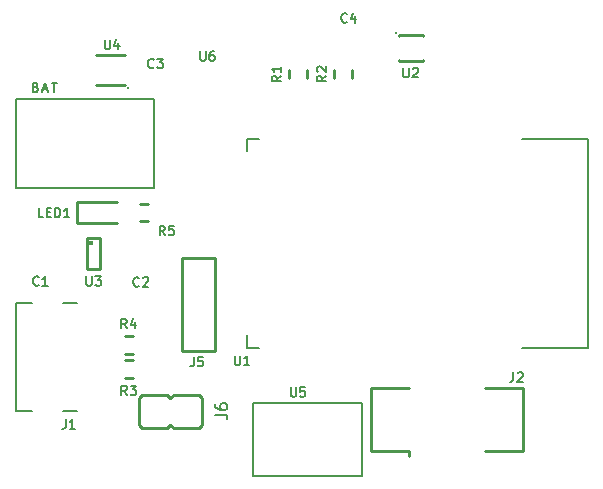
<source format=gbr>
G04 --- HEADER BEGIN --- *
%TF.GenerationSoftware,LibrePCB,LibrePCB,0.1.4*%
%TF.CreationDate,2020-08-29T22:21:27*%
%TF.ProjectId,Sensilo - default,d394d563-925a-41f4-bd4a-babca7d43e4c,v1*%
%TF.Part,Single*%
%FSLAX66Y66*%
%MOMM*%
G01*
G74*
G04 --- HEADER END --- *
G04 --- APERTURE LIST BEGIN --- *
%ADD10C,0.25*%
%ADD11C,0.254*%
%ADD12C,0.254X0.254*%
%ADD13C,0.2*%
%ADD14C,0.381X0.381*%
%ADD15C,0.381*%
%ADD16C,0.15*%
%ADD17R,0.95X1.45*%
%ADD18O,1.787X2.39*%
%ADD19R,1.787X2.39*%
%ADD20R,1.45X0.95*%
%ADD21R,0.88X0.6*%
%ADD22R,1.45X1.9*%
%ADD23R,1.5X1.7*%
%ADD24R,1.7X1.5*%
%ADD25C,0.0*%
%ADD26O,2.2X1.8*%
%ADD27R,1.35X0.9*%
%ADD28R,1.35X1.1*%
%ADD29R,1.35X1.0*%
%ADD30C,2.2*%
%ADD31R,1.0X3.2*%
%ADD32R,3.2X1.0*%
%ADD33R,2.7X1.0*%
%ADD34R,1.0X2.7*%
%ADD35R,2.39X1.787*%
%ADD36O,2.39X1.787*%
%ADD37O,2.74X2.0*%
%ADD38R,2.74X2.0*%
%ADD39R,1.4X1.4*%
%ADD40R,0.9X1.8*%
%ADD41R,0.9X0.55*%
%ADD42O,1.4X2.0*%
%ADD43R,1.4X2.0*%
%ADD44C,2.0*%
%ADD45R,1.3X0.8*%
%ADD46R,0.96X2.6*%
G04 --- APERTURE LIST END --- *
G04 --- BOARD BEGIN --- *
D10*
X9825000Y9750000D02*
X9175000Y9750000D01*
X9825000Y8250000D02*
X9175000Y8250000D01*
X15412500Y4002500D02*
X13287500Y4002500D01*
X13017500Y4272500D01*
X12747500Y4002500D01*
X10622500Y4002500D01*
X10352500Y4272500D01*
X10352500Y6522500D01*
X10622500Y6792500D01*
X12747500Y6792500D01*
X13017500Y6522500D01*
X13287500Y6792500D01*
X15412500Y6792500D01*
X15682500Y6522500D01*
X15682500Y4272500D01*
X15412500Y4002500D01*
X24562500Y33647500D02*
X24562500Y34297500D01*
X23062500Y33647500D02*
X23062500Y34297500D01*
D11*
X9162500Y33013000D02*
X6712500Y33013000D01*
X9162500Y35567000D02*
X6712500Y35567000D01*
D12*
X9416500Y32759000D03*
D11*
X9416500Y32759000D03*
D13*
X1300000Y14570000D02*
X-100000Y14570000D01*
X-100000Y5430000D01*
X1300000Y5430000D01*
X5100000Y5430000D02*
X3900000Y5430000D01*
X5100000Y14570000D02*
X3900000Y14570000D01*
X19465000Y27405000D02*
X19465000Y28470000D01*
X20515000Y28470000D01*
X20515000Y10770000D02*
X19465000Y10770000D01*
X19465000Y11835000D01*
X42765000Y28470000D02*
X48365000Y28470000D01*
X48365000Y10770000D01*
X42765000Y10770000D01*
D10*
X14003750Y18381250D02*
X16793750Y18381250D01*
X16793750Y10511250D01*
X14003750Y10511250D01*
X14003750Y18381250D01*
D13*
X11600000Y24275000D02*
X-100000Y24275000D01*
X-100000Y31875000D01*
X11600000Y31875000D01*
X11600000Y24275000D01*
D10*
X8510000Y23100000D02*
X5060000Y23100000D01*
X5060000Y21350000D01*
X8510000Y21350000D01*
X28372500Y33647500D02*
X28372500Y34297500D01*
X26872500Y33647500D02*
X26872500Y34297500D01*
D11*
X32368750Y35118500D02*
X32368750Y35070500D01*
X34368750Y35070500D01*
X34368750Y35118500D01*
X32368750Y37176500D02*
X32368750Y37224500D01*
X34368750Y37224500D01*
X34368750Y37176500D01*
D12*
X32114750Y37401500D03*
D11*
X32114750Y37401500D03*
D10*
X10470000Y21475000D02*
X11120000Y21475000D01*
X10470000Y22975000D02*
X11120000Y22975000D01*
D13*
X20006250Y6103750D02*
X20006250Y-96250D01*
X29206250Y-96250D01*
X29206250Y6103750D01*
X20006250Y6103750D01*
D11*
X5927000Y20053000D02*
X7073000Y20053000D01*
X7073000Y17407000D01*
X5927000Y17407000D01*
X5927000Y20053000D01*
D14*
X6300000Y19682500D03*
D15*
X6300000Y19682500D03*
D10*
X9825000Y11750000D02*
X9175000Y11750000D01*
X9825000Y10250000D02*
X9175000Y10250000D01*
X33215000Y1652500D02*
X33215000Y2002500D01*
X29960000Y2002500D01*
X29960000Y7362500D01*
X33215000Y7362500D01*
X39605000Y7362500D02*
X42860000Y7362500D01*
X42860000Y2002500D01*
X39605000Y2002500D01*
D16*
X9325889Y6775000D02*
X9059222Y7156333D01*
X8869000Y6775000D02*
X8869000Y7575000D01*
X9173889Y7575000D01*
X9250333Y7536778D01*
X9287667Y7498556D01*
X9325889Y7423000D01*
X9325889Y7308333D01*
X9287667Y7231889D01*
X9250333Y7193667D01*
X9173889Y7156333D01*
X8869000Y7156333D01*
X9635889Y7575000D02*
X10131000Y7575000D01*
X9864333Y7270111D01*
X9979000Y7270111D01*
X10054556Y7231889D01*
X10092778Y7193667D01*
X10131000Y7118111D01*
X10131000Y6927000D01*
X10092778Y6851444D01*
X10054556Y6813222D01*
X9979000Y6775000D01*
X9750556Y6775000D01*
X9674111Y6813222D01*
X9635889Y6851444D01*
D13*
X16827500Y5102500D02*
X17541944Y5102500D01*
X17684167Y5054722D01*
X17779722Y4959167D01*
X17827500Y4816945D01*
X17827500Y4721389D01*
X16827500Y5979167D02*
X16827500Y5788056D01*
X16875278Y5692500D01*
X16923056Y5645833D01*
X17065278Y5550278D01*
X17256389Y5502500D01*
X17637500Y5502500D01*
X17731944Y5550278D01*
X17779722Y5598056D01*
X17827500Y5692500D01*
X17827500Y5883611D01*
X17779722Y5979167D01*
X17731944Y6025833D01*
X17637500Y6073611D01*
X17398611Y6073611D01*
X17304167Y6025833D01*
X17256389Y5979167D01*
X17208611Y5883611D01*
X17208611Y5692500D01*
X17256389Y5598056D01*
X17304167Y5550278D01*
X17398611Y5502500D01*
D16*
X22387500Y33817500D02*
X22006167Y33550833D01*
X22387500Y33360611D02*
X21587500Y33360611D01*
X21587500Y33665500D01*
X21625722Y33741944D01*
X21663944Y33779278D01*
X21739500Y33817500D01*
X21854167Y33817500D01*
X21930611Y33779278D01*
X21968833Y33741944D01*
X22006167Y33665500D01*
X22006167Y33360611D01*
X22387500Y34584389D02*
X22387500Y34127500D01*
X22387500Y34355944D02*
X21587500Y34355944D01*
X21702167Y34279500D01*
X21777722Y34203944D01*
X21815944Y34127500D01*
X7465250Y36838750D02*
X7465250Y36190750D01*
X7503472Y36115194D01*
X7541694Y36076972D01*
X7617250Y36038750D01*
X7770139Y36038750D01*
X7846583Y36076972D01*
X7883917Y36115194D01*
X7922139Y36190750D01*
X7922139Y36838750D01*
X8613472Y36572083D02*
X8613472Y36038750D01*
X8422361Y36876972D02*
X8232139Y36305417D01*
X8727250Y36305417D01*
X11607611Y34525194D02*
X11569389Y34486972D01*
X11455611Y34448750D01*
X11379167Y34448750D01*
X11264500Y34486972D01*
X11188944Y34563417D01*
X11150722Y34638972D01*
X11112500Y34791861D01*
X11112500Y34905639D01*
X11150722Y35058528D01*
X11188944Y35134083D01*
X11264500Y35210528D01*
X11379167Y35248750D01*
X11455611Y35248750D01*
X11569389Y35210528D01*
X11607611Y35172306D01*
X11917611Y35248750D02*
X12412722Y35248750D01*
X12146055Y34943861D01*
X12260722Y34943861D01*
X12336278Y34905639D01*
X12374500Y34867417D01*
X12412722Y34791861D01*
X12412722Y34600750D01*
X12374500Y34525194D01*
X12336278Y34486972D01*
X12260722Y34448750D01*
X12032278Y34448750D01*
X11955833Y34486972D01*
X11917611Y34525194D01*
X27959889Y38378944D02*
X27921667Y38340722D01*
X27807889Y38302500D01*
X27731445Y38302500D01*
X27616778Y38340722D01*
X27541222Y38417167D01*
X27503000Y38492722D01*
X27464778Y38645611D01*
X27464778Y38759389D01*
X27503000Y38912278D01*
X27541222Y38987833D01*
X27616778Y39064278D01*
X27731445Y39102500D01*
X27807889Y39102500D01*
X27921667Y39064278D01*
X27959889Y39026056D01*
X28651222Y38835833D02*
X28651222Y38302500D01*
X28460111Y39140722D02*
X28269889Y38569167D01*
X28765000Y38569167D01*
X10345000Y16031444D02*
X10306778Y15993222D01*
X10193000Y15955000D01*
X10116556Y15955000D01*
X10001889Y15993222D01*
X9926333Y16069667D01*
X9888111Y16145222D01*
X9849889Y16298111D01*
X9849889Y16411889D01*
X9888111Y16564778D01*
X9926333Y16640333D01*
X10001889Y16716778D01*
X10116556Y16755000D01*
X10193000Y16755000D01*
X10306778Y16716778D01*
X10345000Y16678556D01*
X10693222Y16678556D02*
X10731444Y16716778D01*
X10807000Y16755000D01*
X10998111Y16755000D01*
X11073667Y16716778D01*
X11111889Y16678556D01*
X11150111Y16603000D01*
X11150111Y16526556D01*
X11111889Y16411889D01*
X10655000Y15955000D01*
X11150111Y15955000D01*
X4169000Y4730000D02*
X4169000Y4158444D01*
X4130778Y4044667D01*
X4054333Y3968222D01*
X3940555Y3930000D01*
X3864111Y3930000D01*
X4935889Y3930000D02*
X4479000Y3930000D01*
X4707444Y3930000D02*
X4707444Y4730000D01*
X4631000Y4615333D01*
X4555444Y4539778D01*
X4479000Y4501556D01*
X18471222Y10106250D02*
X18471222Y9458250D01*
X18509444Y9382694D01*
X18547666Y9344472D01*
X18623222Y9306250D01*
X18776111Y9306250D01*
X18852555Y9344472D01*
X18889889Y9382694D01*
X18928111Y9458250D01*
X18928111Y10106250D01*
X19695000Y9306250D02*
X19238111Y9306250D01*
X19466555Y9306250D02*
X19466555Y10106250D01*
X19390111Y9991583D01*
X19314555Y9916028D01*
X19238111Y9877806D01*
X1864111Y16103944D02*
X1825889Y16065722D01*
X1712111Y16027500D01*
X1635667Y16027500D01*
X1521000Y16065722D01*
X1445444Y16142167D01*
X1407222Y16217722D01*
X1369000Y16370611D01*
X1369000Y16484389D01*
X1407222Y16637278D01*
X1445444Y16712833D01*
X1521000Y16789278D01*
X1635667Y16827500D01*
X1712111Y16827500D01*
X1825889Y16789278D01*
X1864111Y16751056D01*
X2631000Y16027500D02*
X2174111Y16027500D01*
X2402555Y16027500D02*
X2402555Y16827500D01*
X2326111Y16712833D01*
X2250555Y16637278D01*
X2174111Y16599056D01*
X15009000Y10001250D02*
X15009000Y9429694D01*
X14970778Y9315917D01*
X14894333Y9239472D01*
X14780555Y9201250D01*
X14704111Y9201250D01*
X15737667Y10001250D02*
X15357222Y10001250D01*
X15319000Y9619917D01*
X15357222Y9658139D01*
X15433667Y9696361D01*
X15623889Y9696361D01*
X15700333Y9658139D01*
X15737667Y9619917D01*
X15775889Y9544361D01*
X15775889Y9353250D01*
X15737667Y9277694D01*
X15700333Y9239472D01*
X15623889Y9201250D01*
X15433667Y9201250D01*
X15357222Y9239472D01*
X15319000Y9277694D01*
X1601667Y32846167D02*
X1716333Y32808833D01*
X1753667Y32770611D01*
X1791889Y32694167D01*
X1791889Y32579500D01*
X1753667Y32503944D01*
X1716333Y32465722D01*
X1639889Y32427500D01*
X1335000Y32427500D01*
X1335000Y33227500D01*
X1601667Y33227500D01*
X1678111Y33189278D01*
X1716333Y33151056D01*
X1753667Y33075500D01*
X1753667Y32999056D01*
X1716333Y32922611D01*
X1678111Y32884389D01*
X1601667Y32846167D01*
X1335000Y32846167D01*
X2178333Y32655944D02*
X2558778Y32655944D01*
X2101889Y32427500D02*
X2368556Y33227500D01*
X2635222Y32427500D01*
X2945222Y33227500D02*
X3402111Y33227500D01*
X3173666Y32427500D02*
X3173666Y33227500D01*
X2236139Y21821250D02*
X1854806Y21821250D01*
X1854806Y22621250D01*
X2546139Y22239917D02*
X2812806Y22239917D01*
X2927472Y21821250D02*
X2546139Y21821250D01*
X2546139Y22621250D01*
X2927472Y22621250D01*
X3237472Y21821250D02*
X3237472Y22621250D01*
X3427694Y22621250D01*
X3542361Y22583028D01*
X3618805Y22506583D01*
X3656139Y22431028D01*
X3694361Y22278139D01*
X3694361Y22164361D01*
X3656139Y22011472D01*
X3618805Y21935917D01*
X3542361Y21859472D01*
X3427694Y21821250D01*
X3237472Y21821250D01*
X4461250Y21821250D02*
X4004361Y21821250D01*
X4232805Y21821250D02*
X4232805Y22621250D01*
X4156361Y22506583D01*
X4080805Y22431028D01*
X4004361Y22392806D01*
X26197500Y33798389D02*
X25816167Y33531722D01*
X26197500Y33341500D02*
X25397500Y33341500D01*
X25397500Y33646389D01*
X25435722Y33722833D01*
X25473944Y33760167D01*
X25549500Y33798389D01*
X25664167Y33798389D01*
X25740611Y33760167D01*
X25778833Y33722833D01*
X25816167Y33646389D01*
X25816167Y33341500D01*
X25473944Y34146611D02*
X25435722Y34184833D01*
X25397500Y34260389D01*
X25397500Y34451500D01*
X25435722Y34527056D01*
X25473944Y34565278D01*
X25549500Y34603500D01*
X25625944Y34603500D01*
X25740611Y34565278D01*
X26197500Y34108389D01*
X26197500Y34603500D01*
X32737750Y34465000D02*
X32737750Y33817000D01*
X32775972Y33741444D01*
X32814194Y33703222D01*
X32889750Y33665000D01*
X33042639Y33665000D01*
X33119083Y33703222D01*
X33156417Y33741444D01*
X33194639Y33817000D01*
X33194639Y34465000D01*
X33542861Y34388556D02*
X33581083Y34426778D01*
X33656639Y34465000D01*
X33847750Y34465000D01*
X33923306Y34426778D01*
X33961528Y34388556D01*
X33999750Y34313000D01*
X33999750Y34236556D01*
X33961528Y34121889D01*
X33504639Y33665000D01*
X33999750Y33665000D01*
X12545000Y20317500D02*
X12278333Y20698833D01*
X12088111Y20317500D02*
X12088111Y21117500D01*
X12393000Y21117500D01*
X12469444Y21079278D01*
X12506778Y21041056D01*
X12545000Y20965500D01*
X12545000Y20850833D01*
X12506778Y20774389D01*
X12469444Y20736167D01*
X12393000Y20698833D01*
X12088111Y20698833D01*
X13273667Y21117500D02*
X12893222Y21117500D01*
X12855000Y20736167D01*
X12893222Y20774389D01*
X12969667Y20812611D01*
X13159889Y20812611D01*
X13236333Y20774389D01*
X13273667Y20736167D01*
X13311889Y20660611D01*
X13311889Y20469500D01*
X13273667Y20393944D01*
X13236333Y20355722D01*
X13159889Y20317500D01*
X12969667Y20317500D01*
X12893222Y20355722D01*
X12855000Y20393944D01*
X23203750Y7443750D02*
X23203750Y6795750D01*
X23241972Y6720194D01*
X23280194Y6681972D01*
X23355750Y6643750D01*
X23508639Y6643750D01*
X23585083Y6681972D01*
X23622417Y6720194D01*
X23660639Y6795750D01*
X23660639Y7443750D01*
X24389306Y7443750D02*
X24008861Y7443750D01*
X23970639Y7062417D01*
X24008861Y7100639D01*
X24085306Y7138861D01*
X24275528Y7138861D01*
X24351972Y7100639D01*
X24389306Y7062417D01*
X24427528Y6986861D01*
X24427528Y6795750D01*
X24389306Y6720194D01*
X24351972Y6681972D01*
X24275528Y6643750D01*
X24085306Y6643750D01*
X24008861Y6681972D01*
X23970639Y6720194D01*
X15529361Y35890000D02*
X15529361Y35242000D01*
X15567583Y35166444D01*
X15605805Y35128222D01*
X15681361Y35090000D01*
X15834250Y35090000D01*
X15910694Y35128222D01*
X15948028Y35166444D01*
X15986250Y35242000D01*
X15986250Y35890000D01*
X16677583Y35890000D02*
X16524694Y35890000D01*
X16448250Y35851778D01*
X16410917Y35813556D01*
X16334472Y35699778D01*
X16296250Y35546889D01*
X16296250Y35242000D01*
X16334472Y35166444D01*
X16372694Y35128222D01*
X16448250Y35090000D01*
X16601139Y35090000D01*
X16677583Y35128222D01*
X16714917Y35166444D01*
X16753139Y35242000D01*
X16753139Y35433111D01*
X16714917Y35508667D01*
X16677583Y35546889D01*
X16601139Y35585111D01*
X16448250Y35585111D01*
X16372694Y35546889D01*
X16334472Y35508667D01*
X16296250Y35433111D01*
X5886500Y16830000D02*
X5886500Y16182000D01*
X5924722Y16106444D01*
X5962944Y16068222D01*
X6038500Y16030000D01*
X6191389Y16030000D01*
X6267833Y16068222D01*
X6305167Y16106444D01*
X6343389Y16182000D01*
X6343389Y16830000D01*
X6653389Y16830000D02*
X7148500Y16830000D01*
X6881833Y16525111D01*
X6996500Y16525111D01*
X7072056Y16486889D01*
X7110278Y16448667D01*
X7148500Y16373111D01*
X7148500Y16182000D01*
X7110278Y16106444D01*
X7072056Y16068222D01*
X6996500Y16030000D01*
X6768056Y16030000D01*
X6691611Y16068222D01*
X6653389Y16106444D01*
X9325889Y12425000D02*
X9059222Y12806333D01*
X8869000Y12425000D02*
X8869000Y13225000D01*
X9173889Y13225000D01*
X9250333Y13186778D01*
X9287667Y13148556D01*
X9325889Y13073000D01*
X9325889Y12958333D01*
X9287667Y12881889D01*
X9250333Y12843667D01*
X9173889Y12806333D01*
X8869000Y12806333D01*
X10017222Y12958333D02*
X10017222Y12425000D01*
X9826111Y13263222D02*
X9635889Y12691667D01*
X10131000Y12691667D01*
X42056139Y8703750D02*
X42056139Y8132194D01*
X42017917Y8018417D01*
X41941472Y7941972D01*
X41827694Y7903750D01*
X41751250Y7903750D01*
X42404361Y8627306D02*
X42442583Y8665528D01*
X42518139Y8703750D01*
X42709250Y8703750D01*
X42784806Y8665528D01*
X42823028Y8627306D01*
X42861250Y8551750D01*
X42861250Y8475306D01*
X42823028Y8360639D01*
X42366139Y7903750D01*
X42861250Y7903750D01*
%LPC*%
D17*
X8525000Y9000000D03*
X10475000Y9000000D03*
D18*
X11747500Y5397500D03*
D19*
X14287500Y5397500D03*
D20*
X23812500Y34947500D03*
X23812500Y32997500D03*
D21*
X9152500Y35090000D03*
D22*
X7937500Y34290000D03*
D21*
X9152500Y33490000D03*
X6722500Y35090000D03*
X6722500Y34290000D03*
X9152500Y34290000D03*
X6722500Y33490000D03*
D23*
X12380000Y33337500D03*
X10480000Y33337500D03*
X34318750Y38702500D03*
X32418750Y38702500D03*
D24*
X10500000Y19680000D03*
X10500000Y17780000D03*
D25*
X40588750Y33513750D02*
X41008750Y33513750D01*
X41008750Y33313750D01*
X40588750Y33313750D01*
X40588750Y33513750D01*
G36*
X40588750Y33513750D02*
X41008750Y33513750D01*
X41008750Y33313750D01*
X40588750Y33313750D01*
X40588750Y33513750D01*
G37*
X39428750Y34873750D02*
X39628750Y34873750D01*
X39628750Y35293750D01*
X39428750Y35293750D01*
X39428750Y34873750D01*
G36*
X39428750Y34873750D02*
X39628750Y34873750D01*
X39628750Y35293750D01*
X39428750Y35293750D01*
X39428750Y34873750D01*
G37*
X39028750Y34873750D02*
X39228750Y34873750D01*
X39228750Y35293750D01*
X39028750Y35293750D01*
X39028750Y34873750D01*
G36*
X39028750Y34873750D02*
X39228750Y34873750D01*
X39228750Y35293750D01*
X39028750Y35293750D01*
X39028750Y34873750D01*
G37*
X38468750Y34313750D02*
X38048750Y34313750D01*
X38048750Y34113750D01*
X38468750Y34113750D01*
X38468750Y34313750D01*
G36*
X38468750Y34313750D02*
X38048750Y34313750D01*
X38048750Y34113750D01*
X38468750Y34113750D01*
X38468750Y34313750D01*
G37*
X39428750Y32753750D02*
X39628750Y32753750D01*
X39628750Y32333750D01*
X39428750Y32333750D01*
X39428750Y32753750D01*
G36*
X39428750Y32753750D02*
X39628750Y32753750D01*
X39628750Y32333750D01*
X39428750Y32333750D01*
X39428750Y32753750D01*
G37*
X38893750Y34660750D02*
X40163750Y34660750D01*
G75*
G02*
X40375750Y34448750I0J-212000D01*
G01*
X40375750Y33178750D01*
G02*
X40163750Y32966750I-212000J0D01*
G01*
X38893750Y32966750D01*
G02*
X38681750Y33178750I0J212000D01*
G01*
X38681750Y34278750D01*
X38896750Y34278750D01*
G03*
X39063750Y34111750I167000J0D01*
G01*
G03*
X39230750Y34278750I0J167000D01*
G01*
G03*
X39063750Y34445750I-167000J0D01*
G01*
G03*
X38896750Y34278750I0J-167000D01*
G01*
X38681750Y34278750D01*
X38681750Y34448750D01*
G02*
X38893750Y34660750I212000J0D01*
G01*
G36*
X38893750Y34660750D02*
X40163750Y34660750D01*
G02*
X40375750Y34448750I0J-212000D01*
G01*
X40375750Y33178750D01*
G02*
X40163750Y32966750I-212000J0D01*
G01*
X38893750Y32966750D01*
G02*
X38681750Y33178750I0J212000D01*
G01*
X38681750Y34278750D01*
X38896750Y34278750D01*
G03*
X39063750Y34111750I167000J0D01*
G01*
G03*
X39230750Y34278750I0J167000D01*
G01*
G03*
X39063750Y34445750I-167000J0D01*
G01*
G03*
X38896750Y34278750I0J-167000D01*
G01*
X38681750Y34278750D01*
X38681750Y34448750D01*
G02*
X38893750Y34660750I212000J0D01*
G01*
G37*
X40588750Y34313750D02*
X41008750Y34313750D01*
X41008750Y34113750D01*
X40588750Y34113750D01*
X40588750Y34313750D01*
G36*
X40588750Y34313750D02*
X41008750Y34313750D01*
X41008750Y34113750D01*
X40588750Y34113750D01*
X40588750Y34313750D01*
G37*
X39828750Y34873750D02*
X40028750Y34873750D01*
X40028750Y35293750D01*
X39828750Y35293750D01*
X39828750Y34873750D01*
G36*
X39828750Y34873750D02*
X40028750Y34873750D01*
X40028750Y35293750D01*
X39828750Y35293750D01*
X39828750Y34873750D01*
G37*
X38468750Y33913750D02*
X38048750Y33913750D01*
X38048750Y33713750D01*
X38468750Y33713750D01*
X38468750Y33913750D01*
G36*
X38468750Y33913750D02*
X38048750Y33913750D01*
X38048750Y33713750D01*
X38468750Y33713750D01*
X38468750Y33913750D01*
G37*
X39028750Y32753750D02*
X39228750Y32753750D01*
X39228750Y32333750D01*
X39028750Y32333750D01*
X39028750Y32753750D01*
G36*
X39028750Y32753750D02*
X39228750Y32753750D01*
X39228750Y32333750D01*
X39028750Y32333750D01*
X39028750Y32753750D01*
G37*
X38468750Y33513750D02*
X38048750Y33513750D01*
X38048750Y33313750D01*
X38468750Y33313750D01*
X38468750Y33513750D01*
G36*
X38468750Y33513750D02*
X38048750Y33513750D01*
X38048750Y33313750D01*
X38468750Y33313750D01*
X38468750Y33513750D01*
G37*
X39828750Y32753750D02*
X40028750Y32753750D01*
X40028750Y32333750D01*
X39828750Y32333750D01*
X39828750Y32753750D01*
G36*
X39828750Y32753750D02*
X40028750Y32753750D01*
X40028750Y32333750D01*
X39828750Y32333750D01*
X39828750Y32753750D01*
G37*
X40588750Y33913750D02*
X41008750Y33913750D01*
X41008750Y33713750D01*
X40588750Y33713750D01*
X40588750Y33913750D01*
G36*
X40588750Y33913750D02*
X41008750Y33913750D01*
X41008750Y33713750D01*
X40588750Y33713750D01*
X40588750Y33913750D01*
G37*
D13*
X41628750Y34053750D02*
X41628750Y35053750D01*
X41962083Y34339306D01*
X42295417Y35053750D01*
X42295417Y34053750D01*
X43172084Y34053750D02*
X43172084Y34577083D01*
X43124306Y34672639D01*
X43028750Y34720417D01*
X42838750Y34720417D01*
X42743195Y34672639D01*
X43172084Y34101528D02*
X43076528Y34053750D01*
X42838750Y34053750D01*
X42743195Y34101528D01*
X42695417Y34197083D01*
X42695417Y34291528D01*
X42743195Y34387083D01*
X42838750Y34434861D01*
X43076528Y34434861D01*
X43172084Y34482639D01*
X44048751Y34053750D02*
X44048751Y35053750D01*
X44048751Y34101528D02*
X43953195Y34053750D01*
X43762084Y34053750D01*
X43667640Y34101528D01*
X43619862Y34149306D01*
X43572084Y34243750D01*
X43572084Y34530417D01*
X43619862Y34624861D01*
X43667640Y34672639D01*
X43762084Y34720417D01*
X43953195Y34720417D01*
X44048751Y34672639D01*
X44877640Y34101528D02*
X44782084Y34053750D01*
X44592084Y34053750D01*
X44496529Y34101528D01*
X44448751Y34197083D01*
X44448751Y34577083D01*
X44496529Y34672639D01*
X44592084Y34720417D01*
X44782084Y34720417D01*
X44877640Y34672639D01*
X44925418Y34577083D01*
X44925418Y34482639D01*
X44448751Y34387083D01*
X46125417Y35053750D02*
X46363195Y34053750D01*
X46554306Y34768194D01*
X46744306Y34053750D01*
X46982084Y35053750D01*
X47429862Y34053750D02*
X47429862Y34720417D01*
X47429862Y35053750D02*
X47382084Y35005972D01*
X47429862Y34958194D01*
X47477640Y35005972D01*
X47429862Y35053750D01*
X47429862Y34958194D01*
X47877640Y34720417D02*
X48258751Y34720417D01*
X48020973Y35053750D02*
X48020973Y34197083D01*
X48067640Y34101528D01*
X48163196Y34053750D01*
X48258751Y34053750D01*
X48658751Y34053750D02*
X48658751Y35053750D01*
X49087640Y34053750D02*
X49087640Y34577083D01*
X49039862Y34672639D01*
X48944307Y34720417D01*
X48802084Y34720417D01*
X48706529Y34672639D01*
X48658751Y34624861D01*
X42105417Y32573750D02*
X41628750Y32573750D01*
X41628750Y33573750D01*
X42553195Y32573750D02*
X42553195Y33240417D01*
X42553195Y33573750D02*
X42505417Y33525972D01*
X42553195Y33478194D01*
X42600973Y33525972D01*
X42553195Y33573750D01*
X42553195Y33478194D01*
X43000973Y32573750D02*
X43000973Y33573750D01*
X43000973Y33192639D02*
X43096529Y33240417D01*
X43286529Y33240417D01*
X43382084Y33192639D01*
X43429862Y33144861D01*
X43477640Y33050417D01*
X43477640Y32763750D01*
X43429862Y32669306D01*
X43382084Y32621528D01*
X43286529Y32573750D01*
X43096529Y32573750D01*
X43000973Y32621528D01*
X43877640Y32573750D02*
X43877640Y33240417D01*
X43877640Y33050417D02*
X43925418Y33144861D01*
X43973196Y33192639D01*
X44067640Y33240417D01*
X44163196Y33240417D01*
X44992085Y32621528D02*
X44896529Y32573750D01*
X44706529Y32573750D01*
X44610974Y32621528D01*
X44563196Y32717083D01*
X44563196Y33097083D01*
X44610974Y33192639D01*
X44706529Y33240417D01*
X44896529Y33240417D01*
X44992085Y33192639D01*
X45039863Y33097083D01*
X45039863Y33002639D01*
X44563196Y32907083D01*
X45439863Y32573750D02*
X45439863Y33573750D01*
X45820974Y33573750D01*
X45916530Y33525972D01*
X45963196Y33478194D01*
X46010974Y33383750D01*
X46010974Y33240417D01*
X45963196Y33144861D01*
X45916530Y33097083D01*
X45820974Y33050417D01*
X45439863Y33050417D01*
X47029863Y32669306D02*
X46982085Y32621528D01*
X46839863Y32573750D01*
X46744307Y32573750D01*
X46600974Y32621528D01*
X46506530Y32717083D01*
X46458752Y32811528D01*
X46410974Y33002639D01*
X46410974Y33144861D01*
X46458752Y33335972D01*
X46506530Y33430417D01*
X46600974Y33525972D01*
X46744307Y33573750D01*
X46839863Y33573750D01*
X46982085Y33525972D01*
X47029863Y33478194D01*
X47763196Y33097083D02*
X47906530Y33050417D01*
X47953196Y33002639D01*
X48000974Y32907083D01*
X48000974Y32763750D01*
X47953196Y32669306D01*
X47906530Y32621528D01*
X47810974Y32573750D01*
X47429863Y32573750D01*
X47429863Y33573750D01*
X47763196Y33573750D01*
X47858752Y33525972D01*
X47906530Y33478194D01*
X47953196Y33383750D01*
X47953196Y33288194D01*
X47906530Y33192639D01*
X47858752Y33144861D01*
X47763196Y33097083D01*
X47429863Y33097083D01*
D26*
X6400000Y14320000D03*
D27*
X6405000Y9500000D03*
D28*
X6405000Y12750000D03*
X6405000Y7250000D03*
D26*
X6400000Y5680000D03*
D29*
X6405000Y8480000D03*
D30*
X2600000Y14320000D03*
D27*
X6405000Y10500000D03*
D30*
X2600000Y5680000D03*
D29*
X6405000Y11520000D03*
D31*
X26395000Y28370000D03*
X34015000Y28370000D03*
D32*
X19565000Y18985000D03*
D31*
X23855000Y10870000D03*
X27665000Y10870000D03*
X37825000Y28370000D03*
X28935000Y28370000D03*
X22585000Y10870000D03*
X35285000Y10870000D03*
D32*
X19565000Y13905000D03*
D31*
X30205000Y28370000D03*
X34015000Y10870000D03*
D33*
X19315000Y26605000D03*
D32*
X19565000Y22795000D03*
D31*
X40365000Y28370000D03*
X36555000Y28370000D03*
X27665000Y28370000D03*
D32*
X19565000Y17715000D03*
D33*
X19315000Y12635000D03*
D31*
X31475000Y28370000D03*
X23855000Y28370000D03*
X41635000Y10870000D03*
D32*
X19565000Y25335000D03*
D31*
X32745000Y28370000D03*
X28935000Y10870000D03*
D32*
X19565000Y15175000D03*
D31*
X25125000Y10870000D03*
X31475000Y10870000D03*
X40365000Y10870000D03*
D32*
X19565000Y21525000D03*
D31*
X32745000Y10870000D03*
X22585000Y28370000D03*
X36555000Y10870000D03*
D32*
X19565000Y16445000D03*
D31*
X37825000Y10870000D03*
D32*
X19565000Y24065000D03*
X19565000Y20255000D03*
D34*
X21315000Y28620000D03*
D31*
X25125000Y28370000D03*
X35285000Y28370000D03*
D34*
X21315000Y10620000D03*
D31*
X30205000Y10870000D03*
X26395000Y10870000D03*
X41635000Y28370000D03*
D25*
X20815000Y11870000D02*
X21815000Y12520000D01*
X21815000Y11870000D01*
X20815000Y11870000D01*
G36*
X20815000Y11870000D02*
X21815000Y12520000D01*
X21815000Y11870000D01*
X20815000Y11870000D01*
G37*
X20565000Y26105000D02*
X20565000Y27105000D01*
X21215000Y26105000D01*
X20565000Y26105000D01*
G36*
X20565000Y26105000D02*
X20565000Y27105000D01*
X21215000Y26105000D01*
X20565000Y26105000D01*
G37*
X20815000Y27370000D02*
X21815000Y26720000D01*
X21815000Y27370000D01*
X20815000Y27370000D01*
G36*
X20815000Y27370000D02*
X21815000Y26720000D01*
X21815000Y27370000D01*
X20815000Y27370000D01*
G37*
X20565000Y13135000D02*
X20565000Y12135000D01*
X21215000Y13135000D01*
X20565000Y13135000D01*
G36*
X20565000Y13135000D02*
X20565000Y12135000D01*
X21215000Y13135000D01*
X20565000Y13135000D01*
G37*
D24*
X2000000Y19680000D03*
X2000000Y17780000D03*
D35*
X15398750Y16986250D03*
D36*
X15398750Y11906250D03*
X15398750Y14446250D03*
D37*
X9200000Y29345000D03*
D38*
X9200000Y26805000D03*
D39*
X8035000Y22225000D03*
X5935000Y22225000D03*
D20*
X27622500Y34947500D03*
X27622500Y32997500D03*
D40*
X33368750Y36147500D03*
D41*
X32368750Y35647500D03*
X34368750Y35647500D03*
X32368750Y36647500D03*
X34368750Y36647500D03*
D17*
X11770000Y22225000D03*
X9820000Y22225000D03*
D42*
X23106250Y4603750D03*
X24606250Y4603750D03*
D43*
X21606250Y4603750D03*
D42*
X26106250Y4603750D03*
X27606250Y4603750D03*
D44*
X13592500Y37185000D03*
X11052500Y37185000D03*
X16132500Y37185000D03*
X21212500Y37185000D03*
X18672500Y37185000D03*
D45*
X7900000Y19680000D03*
X5100000Y17780000D03*
X5100000Y18730000D03*
X5100000Y19680000D03*
X7900000Y17780000D03*
D17*
X8525000Y11000000D03*
X10475000Y11000000D03*
D46*
X33870000Y2727500D03*
X36410000Y2727500D03*
X38950000Y6637500D03*
X37680000Y6637500D03*
X37680000Y2727500D03*
X36410000Y6637500D03*
X38950000Y2727500D03*
X33870000Y6637500D03*
X35140000Y2727500D03*
X35140000Y6637500D03*
D13*
X38893750Y36411083D02*
X39065750Y36353750D01*
X39351083Y36353750D01*
X39465750Y36411083D01*
X39521750Y36468417D01*
X39579083Y36581750D01*
X39579083Y36696417D01*
X39521750Y36811083D01*
X39465750Y36868417D01*
X39351083Y36925750D01*
X39121750Y36981750D01*
X39008417Y37039083D01*
X38951083Y37096417D01*
X38893750Y37211083D01*
X38893750Y37325750D01*
X38951083Y37439083D01*
X39008417Y37496417D01*
X39121750Y37553750D01*
X39408417Y37553750D01*
X39579083Y37496417D01*
X40533750Y36411083D02*
X40419083Y36353750D01*
X40191083Y36353750D01*
X40076416Y36411083D01*
X40019083Y36525750D01*
X40019083Y36981750D01*
X40076416Y37096417D01*
X40191083Y37153750D01*
X40419083Y37153750D01*
X40533750Y37096417D01*
X40591083Y36981750D01*
X40591083Y36868417D01*
X40019083Y36753750D01*
X41031083Y37153750D02*
X41031083Y36353750D01*
X41031083Y37039083D02*
X41088416Y37096417D01*
X41203083Y37153750D01*
X41373750Y37153750D01*
X41488416Y37096417D01*
X41545750Y36981750D01*
X41545750Y36353750D01*
X41985750Y36411083D02*
X42100417Y36353750D01*
X42328417Y36353750D01*
X42443083Y36411083D01*
X42500417Y36525750D01*
X42500417Y36581750D01*
X42443083Y36696417D01*
X42328417Y36753750D01*
X42157750Y36753750D01*
X42043083Y36811083D01*
X41985750Y36925750D01*
X41985750Y36981750D01*
X42043083Y37096417D01*
X42157750Y37153750D01*
X42328417Y37153750D01*
X42443083Y37096417D01*
X42997750Y36353750D02*
X42997750Y37153750D01*
X42997750Y37553750D02*
X42940417Y37496417D01*
X42997750Y37439083D01*
X43055084Y37496417D01*
X42997750Y37553750D01*
X42997750Y37439083D01*
X43667084Y36353750D02*
X43552417Y36411083D01*
X43495084Y36525750D01*
X43495084Y37553750D01*
X44335084Y36353750D02*
X44221751Y36411083D01*
X44164417Y36468417D01*
X44107084Y36581750D01*
X44107084Y36925750D01*
X44164417Y37039083D01*
X44221751Y37096417D01*
X44335084Y37153750D01*
X44507084Y37153750D01*
X44621751Y37096417D01*
X44679084Y37039083D01*
X44735084Y36925750D01*
X44735084Y36581750D01*
X44679084Y36468417D01*
X44621751Y36411083D01*
X44507084Y36353750D01*
X44335084Y36353750D01*
X46095083Y37153750D02*
X46380416Y36353750D01*
X46667083Y37153750D01*
X47792416Y36353750D02*
X47107083Y36353750D01*
X47449750Y36353750D02*
X47449750Y37553750D01*
X47335083Y37381750D01*
X47221750Y37268417D01*
X47107083Y37211083D01*
G04 --- BOARD END --- *
%TF.MD5,c0c7e36613eafc29962442ff7fbfb411*%
M02*

</source>
